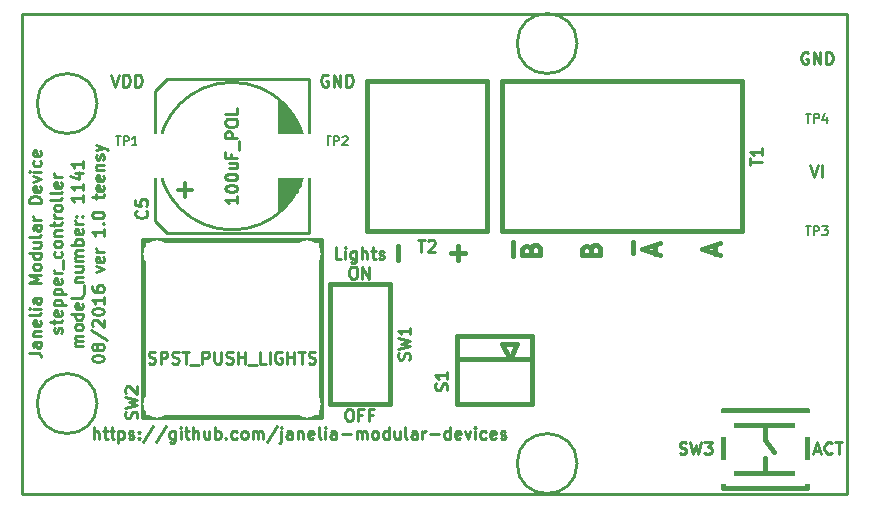
<source format=gto>
G04 #@! TF.FileFunction,Legend,Top*
%FSLAX46Y46*%
G04 Gerber Fmt 4.6, Leading zero omitted, Abs format (unit mm)*
G04 Created by KiCad (PCBNEW 4.1.0-alpha+201608211231+7083~46~ubuntu16.04.1-product) date Wed Aug 24 14:24:17 2016*
%MOMM*%
%LPD*%
G01*
G04 APERTURE LIST*
%ADD10C,0.100000*%
%ADD11C,0.254000*%
%ADD12C,0.381000*%
%ADD13C,0.228600*%
%ADD14C,0.250000*%
%ADD15C,0.190500*%
%ADD16C,0.375000*%
%ADD17O,2.559000X2.051000*%
%ADD18O,2.254200X2.940000*%
%ADD19R,2.254200X2.940000*%
%ADD20C,3.956000*%
%ADD21R,3.067000X1.990040*%
%ADD22R,2.940000X4.210000*%
%ADD23O,2.940000X4.210000*%
%ADD24C,3.575000*%
%ADD25O,1.924000X2.940000*%
%ADD26C,2.305000*%
%ADD27R,7.150000X3.700000*%
G04 APERTURE END LIST*
D10*
D11*
X140389428Y-92153619D02*
X140728095Y-93169619D01*
X141066761Y-92153619D01*
X141405428Y-93169619D02*
X141405428Y-92153619D01*
X140195904Y-82677000D02*
X140099142Y-82628619D01*
X139954000Y-82628619D01*
X139808857Y-82677000D01*
X139712095Y-82773761D01*
X139663714Y-82870523D01*
X139615333Y-83064047D01*
X139615333Y-83209190D01*
X139663714Y-83402714D01*
X139712095Y-83499476D01*
X139808857Y-83596238D01*
X139954000Y-83644619D01*
X140050761Y-83644619D01*
X140195904Y-83596238D01*
X140244285Y-83547857D01*
X140244285Y-83209190D01*
X140050761Y-83209190D01*
X140679714Y-83644619D02*
X140679714Y-82628619D01*
X141260285Y-83644619D01*
X141260285Y-82628619D01*
X141744095Y-83644619D02*
X141744095Y-82628619D01*
X141986000Y-82628619D01*
X142131142Y-82677000D01*
X142227904Y-82773761D01*
X142276285Y-82870523D01*
X142324666Y-83064047D01*
X142324666Y-83209190D01*
X142276285Y-83402714D01*
X142227904Y-83499476D01*
X142131142Y-83596238D01*
X141986000Y-83644619D01*
X141744095Y-83644619D01*
X99555904Y-84582000D02*
X99459142Y-84533619D01*
X99314000Y-84533619D01*
X99168857Y-84582000D01*
X99072095Y-84678761D01*
X99023714Y-84775523D01*
X98975333Y-84969047D01*
X98975333Y-85114190D01*
X99023714Y-85307714D01*
X99072095Y-85404476D01*
X99168857Y-85501238D01*
X99314000Y-85549619D01*
X99410761Y-85549619D01*
X99555904Y-85501238D01*
X99604285Y-85452857D01*
X99604285Y-85114190D01*
X99410761Y-85114190D01*
X100039714Y-85549619D02*
X100039714Y-84533619D01*
X100620285Y-85549619D01*
X100620285Y-84533619D01*
X101104095Y-85549619D02*
X101104095Y-84533619D01*
X101346000Y-84533619D01*
X101491142Y-84582000D01*
X101587904Y-84678761D01*
X101636285Y-84775523D01*
X101684666Y-84969047D01*
X101684666Y-85114190D01*
X101636285Y-85307714D01*
X101587904Y-85404476D01*
X101491142Y-85501238D01*
X101346000Y-85549619D01*
X101104095Y-85549619D01*
X81195333Y-84533619D02*
X81534000Y-85549619D01*
X81872666Y-84533619D01*
X82211333Y-85549619D02*
X82211333Y-84533619D01*
X82453238Y-84533619D01*
X82598380Y-84582000D01*
X82695142Y-84678761D01*
X82743523Y-84775523D01*
X82791904Y-84969047D01*
X82791904Y-85114190D01*
X82743523Y-85307714D01*
X82695142Y-85404476D01*
X82598380Y-85501238D01*
X82453238Y-85549619D01*
X82211333Y-85549619D01*
X83227333Y-85549619D02*
X83227333Y-84533619D01*
X83469238Y-84533619D01*
X83614380Y-84582000D01*
X83711142Y-84678761D01*
X83759523Y-84775523D01*
X83807904Y-84969047D01*
X83807904Y-85114190D01*
X83759523Y-85307714D01*
X83711142Y-85404476D01*
X83614380Y-85501238D01*
X83469238Y-85549619D01*
X83227333Y-85549619D01*
D12*
X105518857Y-100196650D02*
X105518857Y-99035507D01*
X110598857Y-100196650D02*
X110598857Y-99035507D01*
X111179428Y-99616078D02*
X110018285Y-99616078D01*
X115247420Y-99902327D02*
X115247420Y-98672650D01*
X116731142Y-99325792D02*
X116803714Y-99108078D01*
X116876285Y-99035507D01*
X117021428Y-98962935D01*
X117239142Y-98962935D01*
X117384285Y-99035507D01*
X117456857Y-99108078D01*
X117529428Y-99253221D01*
X117529428Y-99833792D01*
X116005428Y-99833792D01*
X116005428Y-99325792D01*
X116078000Y-99180650D01*
X116150571Y-99108078D01*
X116295714Y-99035507D01*
X116440857Y-99035507D01*
X116586000Y-99108078D01*
X116658571Y-99180650D01*
X116731142Y-99325792D01*
X116731142Y-99833792D01*
X121811142Y-99325792D02*
X121883714Y-99108078D01*
X121956285Y-99035507D01*
X122101428Y-98962935D01*
X122319142Y-98962935D01*
X122464285Y-99035507D01*
X122536857Y-99108078D01*
X122609428Y-99253221D01*
X122609428Y-99833792D01*
X121085428Y-99833792D01*
X121085428Y-99325792D01*
X121158000Y-99180650D01*
X121230571Y-99108078D01*
X121375714Y-99035507D01*
X121520857Y-99035507D01*
X121666000Y-99108078D01*
X121738571Y-99180650D01*
X121811142Y-99325792D01*
X121811142Y-99833792D01*
X125407420Y-99684613D02*
X125407420Y-98672650D01*
X127254000Y-99688650D02*
X127254000Y-98962935D01*
X127689428Y-99833792D02*
X126165428Y-99325792D01*
X127689428Y-98817792D01*
D13*
X143510000Y-79375000D02*
X73660000Y-79375000D01*
X143510000Y-120015000D02*
X143510000Y-79375000D01*
X73660000Y-120015000D02*
X143510000Y-120015000D01*
X73660000Y-79375000D02*
X73660000Y-120015000D01*
D11*
X79737857Y-115394619D02*
X79737857Y-114378619D01*
X80173285Y-115394619D02*
X80173285Y-114862428D01*
X80124904Y-114765666D01*
X80028142Y-114717285D01*
X79883000Y-114717285D01*
X79786238Y-114765666D01*
X79737857Y-114814047D01*
X80511952Y-114717285D02*
X80899000Y-114717285D01*
X80657095Y-114378619D02*
X80657095Y-115249476D01*
X80705476Y-115346238D01*
X80802238Y-115394619D01*
X80899000Y-115394619D01*
X81092523Y-114717285D02*
X81479571Y-114717285D01*
X81237666Y-114378619D02*
X81237666Y-115249476D01*
X81286047Y-115346238D01*
X81382809Y-115394619D01*
X81479571Y-115394619D01*
X81818238Y-114717285D02*
X81818238Y-115733285D01*
X81818238Y-114765666D02*
X81915000Y-114717285D01*
X82108523Y-114717285D01*
X82205285Y-114765666D01*
X82253666Y-114814047D01*
X82302047Y-114910809D01*
X82302047Y-115201095D01*
X82253666Y-115297857D01*
X82205285Y-115346238D01*
X82108523Y-115394619D01*
X81915000Y-115394619D01*
X81818238Y-115346238D01*
X82689095Y-115346238D02*
X82785857Y-115394619D01*
X82979380Y-115394619D01*
X83076142Y-115346238D01*
X83124523Y-115249476D01*
X83124523Y-115201095D01*
X83076142Y-115104333D01*
X82979380Y-115055952D01*
X82834238Y-115055952D01*
X82737476Y-115007571D01*
X82689095Y-114910809D01*
X82689095Y-114862428D01*
X82737476Y-114765666D01*
X82834238Y-114717285D01*
X82979380Y-114717285D01*
X83076142Y-114765666D01*
X83559952Y-115297857D02*
X83608333Y-115346238D01*
X83559952Y-115394619D01*
X83511571Y-115346238D01*
X83559952Y-115297857D01*
X83559952Y-115394619D01*
X83559952Y-114765666D02*
X83608333Y-114814047D01*
X83559952Y-114862428D01*
X83511571Y-114814047D01*
X83559952Y-114765666D01*
X83559952Y-114862428D01*
X84769476Y-114330238D02*
X83898619Y-115636523D01*
X85833857Y-114330238D02*
X84963000Y-115636523D01*
X86607952Y-114717285D02*
X86607952Y-115539761D01*
X86559571Y-115636523D01*
X86511190Y-115684904D01*
X86414428Y-115733285D01*
X86269285Y-115733285D01*
X86172523Y-115684904D01*
X86607952Y-115346238D02*
X86511190Y-115394619D01*
X86317666Y-115394619D01*
X86220904Y-115346238D01*
X86172523Y-115297857D01*
X86124142Y-115201095D01*
X86124142Y-114910809D01*
X86172523Y-114814047D01*
X86220904Y-114765666D01*
X86317666Y-114717285D01*
X86511190Y-114717285D01*
X86607952Y-114765666D01*
X87091761Y-115394619D02*
X87091761Y-114717285D01*
X87091761Y-114378619D02*
X87043380Y-114427000D01*
X87091761Y-114475380D01*
X87140142Y-114427000D01*
X87091761Y-114378619D01*
X87091761Y-114475380D01*
X87430428Y-114717285D02*
X87817476Y-114717285D01*
X87575571Y-114378619D02*
X87575571Y-115249476D01*
X87623952Y-115346238D01*
X87720714Y-115394619D01*
X87817476Y-115394619D01*
X88156142Y-115394619D02*
X88156142Y-114378619D01*
X88591571Y-115394619D02*
X88591571Y-114862428D01*
X88543190Y-114765666D01*
X88446428Y-114717285D01*
X88301285Y-114717285D01*
X88204523Y-114765666D01*
X88156142Y-114814047D01*
X89510809Y-114717285D02*
X89510809Y-115394619D01*
X89075380Y-114717285D02*
X89075380Y-115249476D01*
X89123761Y-115346238D01*
X89220523Y-115394619D01*
X89365666Y-115394619D01*
X89462428Y-115346238D01*
X89510809Y-115297857D01*
X89994619Y-115394619D02*
X89994619Y-114378619D01*
X89994619Y-114765666D02*
X90091380Y-114717285D01*
X90284904Y-114717285D01*
X90381666Y-114765666D01*
X90430047Y-114814047D01*
X90478428Y-114910809D01*
X90478428Y-115201095D01*
X90430047Y-115297857D01*
X90381666Y-115346238D01*
X90284904Y-115394619D01*
X90091380Y-115394619D01*
X89994619Y-115346238D01*
X90913857Y-115297857D02*
X90962238Y-115346238D01*
X90913857Y-115394619D01*
X90865476Y-115346238D01*
X90913857Y-115297857D01*
X90913857Y-115394619D01*
X91833095Y-115346238D02*
X91736333Y-115394619D01*
X91542809Y-115394619D01*
X91446047Y-115346238D01*
X91397666Y-115297857D01*
X91349285Y-115201095D01*
X91349285Y-114910809D01*
X91397666Y-114814047D01*
X91446047Y-114765666D01*
X91542809Y-114717285D01*
X91736333Y-114717285D01*
X91833095Y-114765666D01*
X92413666Y-115394619D02*
X92316904Y-115346238D01*
X92268523Y-115297857D01*
X92220142Y-115201095D01*
X92220142Y-114910809D01*
X92268523Y-114814047D01*
X92316904Y-114765666D01*
X92413666Y-114717285D01*
X92558809Y-114717285D01*
X92655571Y-114765666D01*
X92703952Y-114814047D01*
X92752333Y-114910809D01*
X92752333Y-115201095D01*
X92703952Y-115297857D01*
X92655571Y-115346238D01*
X92558809Y-115394619D01*
X92413666Y-115394619D01*
X93187761Y-115394619D02*
X93187761Y-114717285D01*
X93187761Y-114814047D02*
X93236142Y-114765666D01*
X93332904Y-114717285D01*
X93478047Y-114717285D01*
X93574809Y-114765666D01*
X93623190Y-114862428D01*
X93623190Y-115394619D01*
X93623190Y-114862428D02*
X93671571Y-114765666D01*
X93768333Y-114717285D01*
X93913476Y-114717285D01*
X94010238Y-114765666D01*
X94058619Y-114862428D01*
X94058619Y-115394619D01*
X95268142Y-114330238D02*
X94397285Y-115636523D01*
X95606809Y-114717285D02*
X95606809Y-115588142D01*
X95558428Y-115684904D01*
X95461666Y-115733285D01*
X95413285Y-115733285D01*
X95606809Y-114378619D02*
X95558428Y-114427000D01*
X95606809Y-114475380D01*
X95655190Y-114427000D01*
X95606809Y-114378619D01*
X95606809Y-114475380D01*
X96526047Y-115394619D02*
X96526047Y-114862428D01*
X96477666Y-114765666D01*
X96380904Y-114717285D01*
X96187380Y-114717285D01*
X96090619Y-114765666D01*
X96526047Y-115346238D02*
X96429285Y-115394619D01*
X96187380Y-115394619D01*
X96090619Y-115346238D01*
X96042238Y-115249476D01*
X96042238Y-115152714D01*
X96090619Y-115055952D01*
X96187380Y-115007571D01*
X96429285Y-115007571D01*
X96526047Y-114959190D01*
X97009857Y-114717285D02*
X97009857Y-115394619D01*
X97009857Y-114814047D02*
X97058238Y-114765666D01*
X97155000Y-114717285D01*
X97300142Y-114717285D01*
X97396904Y-114765666D01*
X97445285Y-114862428D01*
X97445285Y-115394619D01*
X98316142Y-115346238D02*
X98219380Y-115394619D01*
X98025857Y-115394619D01*
X97929095Y-115346238D01*
X97880714Y-115249476D01*
X97880714Y-114862428D01*
X97929095Y-114765666D01*
X98025857Y-114717285D01*
X98219380Y-114717285D01*
X98316142Y-114765666D01*
X98364523Y-114862428D01*
X98364523Y-114959190D01*
X97880714Y-115055952D01*
X98945095Y-115394619D02*
X98848333Y-115346238D01*
X98799952Y-115249476D01*
X98799952Y-114378619D01*
X99332142Y-115394619D02*
X99332142Y-114717285D01*
X99332142Y-114378619D02*
X99283761Y-114427000D01*
X99332142Y-114475380D01*
X99380523Y-114427000D01*
X99332142Y-114378619D01*
X99332142Y-114475380D01*
X100251380Y-115394619D02*
X100251380Y-114862428D01*
X100203000Y-114765666D01*
X100106238Y-114717285D01*
X99912714Y-114717285D01*
X99815952Y-114765666D01*
X100251380Y-115346238D02*
X100154619Y-115394619D01*
X99912714Y-115394619D01*
X99815952Y-115346238D01*
X99767571Y-115249476D01*
X99767571Y-115152714D01*
X99815952Y-115055952D01*
X99912714Y-115007571D01*
X100154619Y-115007571D01*
X100251380Y-114959190D01*
X100735190Y-115007571D02*
X101509285Y-115007571D01*
X101993095Y-115394619D02*
X101993095Y-114717285D01*
X101993095Y-114814047D02*
X102041476Y-114765666D01*
X102138238Y-114717285D01*
X102283380Y-114717285D01*
X102380142Y-114765666D01*
X102428523Y-114862428D01*
X102428523Y-115394619D01*
X102428523Y-114862428D02*
X102476904Y-114765666D01*
X102573666Y-114717285D01*
X102718809Y-114717285D01*
X102815571Y-114765666D01*
X102863952Y-114862428D01*
X102863952Y-115394619D01*
X103492904Y-115394619D02*
X103396142Y-115346238D01*
X103347761Y-115297857D01*
X103299380Y-115201095D01*
X103299380Y-114910809D01*
X103347761Y-114814047D01*
X103396142Y-114765666D01*
X103492904Y-114717285D01*
X103638047Y-114717285D01*
X103734809Y-114765666D01*
X103783190Y-114814047D01*
X103831571Y-114910809D01*
X103831571Y-115201095D01*
X103783190Y-115297857D01*
X103734809Y-115346238D01*
X103638047Y-115394619D01*
X103492904Y-115394619D01*
X104702428Y-115394619D02*
X104702428Y-114378619D01*
X104702428Y-115346238D02*
X104605666Y-115394619D01*
X104412142Y-115394619D01*
X104315380Y-115346238D01*
X104267000Y-115297857D01*
X104218619Y-115201095D01*
X104218619Y-114910809D01*
X104267000Y-114814047D01*
X104315380Y-114765666D01*
X104412142Y-114717285D01*
X104605666Y-114717285D01*
X104702428Y-114765666D01*
X105621666Y-114717285D02*
X105621666Y-115394619D01*
X105186238Y-114717285D02*
X105186238Y-115249476D01*
X105234619Y-115346238D01*
X105331380Y-115394619D01*
X105476523Y-115394619D01*
X105573285Y-115346238D01*
X105621666Y-115297857D01*
X106250619Y-115394619D02*
X106153857Y-115346238D01*
X106105476Y-115249476D01*
X106105476Y-114378619D01*
X107073095Y-115394619D02*
X107073095Y-114862428D01*
X107024714Y-114765666D01*
X106927952Y-114717285D01*
X106734428Y-114717285D01*
X106637666Y-114765666D01*
X107073095Y-115346238D02*
X106976333Y-115394619D01*
X106734428Y-115394619D01*
X106637666Y-115346238D01*
X106589285Y-115249476D01*
X106589285Y-115152714D01*
X106637666Y-115055952D01*
X106734428Y-115007571D01*
X106976333Y-115007571D01*
X107073095Y-114959190D01*
X107556904Y-115394619D02*
X107556904Y-114717285D01*
X107556904Y-114910809D02*
X107605285Y-114814047D01*
X107653666Y-114765666D01*
X107750428Y-114717285D01*
X107847190Y-114717285D01*
X108185857Y-115007571D02*
X108959952Y-115007571D01*
X109879190Y-115394619D02*
X109879190Y-114378619D01*
X109879190Y-115346238D02*
X109782428Y-115394619D01*
X109588904Y-115394619D01*
X109492142Y-115346238D01*
X109443761Y-115297857D01*
X109395380Y-115201095D01*
X109395380Y-114910809D01*
X109443761Y-114814047D01*
X109492142Y-114765666D01*
X109588904Y-114717285D01*
X109782428Y-114717285D01*
X109879190Y-114765666D01*
X110750047Y-115346238D02*
X110653285Y-115394619D01*
X110459761Y-115394619D01*
X110363000Y-115346238D01*
X110314619Y-115249476D01*
X110314619Y-114862428D01*
X110363000Y-114765666D01*
X110459761Y-114717285D01*
X110653285Y-114717285D01*
X110750047Y-114765666D01*
X110798428Y-114862428D01*
X110798428Y-114959190D01*
X110314619Y-115055952D01*
X111137095Y-114717285D02*
X111379000Y-115394619D01*
X111620904Y-114717285D01*
X112007952Y-115394619D02*
X112007952Y-114717285D01*
X112007952Y-114378619D02*
X111959571Y-114427000D01*
X112007952Y-114475380D01*
X112056333Y-114427000D01*
X112007952Y-114378619D01*
X112007952Y-114475380D01*
X112927190Y-115346238D02*
X112830428Y-115394619D01*
X112636904Y-115394619D01*
X112540142Y-115346238D01*
X112491761Y-115297857D01*
X112443380Y-115201095D01*
X112443380Y-114910809D01*
X112491761Y-114814047D01*
X112540142Y-114765666D01*
X112636904Y-114717285D01*
X112830428Y-114717285D01*
X112927190Y-114765666D01*
X113749666Y-115346238D02*
X113652904Y-115394619D01*
X113459380Y-115394619D01*
X113362619Y-115346238D01*
X113314238Y-115249476D01*
X113314238Y-114862428D01*
X113362619Y-114765666D01*
X113459380Y-114717285D01*
X113652904Y-114717285D01*
X113749666Y-114765666D01*
X113798047Y-114862428D01*
X113798047Y-114959190D01*
X113314238Y-115055952D01*
X114185095Y-115346238D02*
X114281857Y-115394619D01*
X114475380Y-115394619D01*
X114572142Y-115346238D01*
X114620523Y-115249476D01*
X114620523Y-115201095D01*
X114572142Y-115104333D01*
X114475380Y-115055952D01*
X114330238Y-115055952D01*
X114233476Y-115007571D01*
X114185095Y-114910809D01*
X114185095Y-114862428D01*
X114233476Y-114765666D01*
X114330238Y-114717285D01*
X114475380Y-114717285D01*
X114572142Y-114765666D01*
X100686809Y-100154619D02*
X100203000Y-100154619D01*
X100203000Y-99138619D01*
X101025476Y-100154619D02*
X101025476Y-99477285D01*
X101025476Y-99138619D02*
X100977095Y-99187000D01*
X101025476Y-99235380D01*
X101073857Y-99187000D01*
X101025476Y-99138619D01*
X101025476Y-99235380D01*
X101944714Y-99477285D02*
X101944714Y-100299761D01*
X101896333Y-100396523D01*
X101847952Y-100444904D01*
X101751190Y-100493285D01*
X101606047Y-100493285D01*
X101509285Y-100444904D01*
X101944714Y-100106238D02*
X101847952Y-100154619D01*
X101654428Y-100154619D01*
X101557666Y-100106238D01*
X101509285Y-100057857D01*
X101460904Y-99961095D01*
X101460904Y-99670809D01*
X101509285Y-99574047D01*
X101557666Y-99525666D01*
X101654428Y-99477285D01*
X101847952Y-99477285D01*
X101944714Y-99525666D01*
X102428523Y-100154619D02*
X102428523Y-99138619D01*
X102863952Y-100154619D02*
X102863952Y-99622428D01*
X102815571Y-99525666D01*
X102718809Y-99477285D01*
X102573666Y-99477285D01*
X102476904Y-99525666D01*
X102428523Y-99574047D01*
X103202619Y-99477285D02*
X103589666Y-99477285D01*
X103347761Y-99138619D02*
X103347761Y-100009476D01*
X103396142Y-100106238D01*
X103492904Y-100154619D01*
X103589666Y-100154619D01*
X103879952Y-100106238D02*
X103976714Y-100154619D01*
X104170238Y-100154619D01*
X104267000Y-100106238D01*
X104315380Y-100009476D01*
X104315380Y-99961095D01*
X104267000Y-99864333D01*
X104170238Y-99815952D01*
X104025095Y-99815952D01*
X103928333Y-99767571D01*
X103879952Y-99670809D01*
X103879952Y-99622428D01*
X103928333Y-99525666D01*
X104025095Y-99477285D01*
X104170238Y-99477285D01*
X104267000Y-99525666D01*
D12*
X132334000Y-99688650D02*
X132334000Y-98962935D01*
X132769428Y-99833792D02*
X131245428Y-99325792D01*
X132769428Y-98817792D01*
D11*
X74246619Y-108089095D02*
X74972333Y-108089095D01*
X75117476Y-108137476D01*
X75214238Y-108234238D01*
X75262619Y-108379380D01*
X75262619Y-108476142D01*
X75262619Y-107169857D02*
X74730428Y-107169857D01*
X74633666Y-107218238D01*
X74585285Y-107315000D01*
X74585285Y-107508523D01*
X74633666Y-107605285D01*
X75214238Y-107169857D02*
X75262619Y-107266619D01*
X75262619Y-107508523D01*
X75214238Y-107605285D01*
X75117476Y-107653666D01*
X75020714Y-107653666D01*
X74923952Y-107605285D01*
X74875571Y-107508523D01*
X74875571Y-107266619D01*
X74827190Y-107169857D01*
X74585285Y-106686047D02*
X75262619Y-106686047D01*
X74682047Y-106686047D02*
X74633666Y-106637666D01*
X74585285Y-106540904D01*
X74585285Y-106395761D01*
X74633666Y-106299000D01*
X74730428Y-106250619D01*
X75262619Y-106250619D01*
X75214238Y-105379761D02*
X75262619Y-105476523D01*
X75262619Y-105670047D01*
X75214238Y-105766809D01*
X75117476Y-105815190D01*
X74730428Y-105815190D01*
X74633666Y-105766809D01*
X74585285Y-105670047D01*
X74585285Y-105476523D01*
X74633666Y-105379761D01*
X74730428Y-105331380D01*
X74827190Y-105331380D01*
X74923952Y-105815190D01*
X75262619Y-104750809D02*
X75214238Y-104847571D01*
X75117476Y-104895952D01*
X74246619Y-104895952D01*
X75262619Y-104363761D02*
X74585285Y-104363761D01*
X74246619Y-104363761D02*
X74295000Y-104412142D01*
X74343380Y-104363761D01*
X74295000Y-104315380D01*
X74246619Y-104363761D01*
X74343380Y-104363761D01*
X75262619Y-103444523D02*
X74730428Y-103444523D01*
X74633666Y-103492904D01*
X74585285Y-103589666D01*
X74585285Y-103783190D01*
X74633666Y-103879952D01*
X75214238Y-103444523D02*
X75262619Y-103541285D01*
X75262619Y-103783190D01*
X75214238Y-103879952D01*
X75117476Y-103928333D01*
X75020714Y-103928333D01*
X74923952Y-103879952D01*
X74875571Y-103783190D01*
X74875571Y-103541285D01*
X74827190Y-103444523D01*
X75262619Y-102186619D02*
X74246619Y-102186619D01*
X74972333Y-101847952D01*
X74246619Y-101509285D01*
X75262619Y-101509285D01*
X75262619Y-100880333D02*
X75214238Y-100977095D01*
X75165857Y-101025476D01*
X75069095Y-101073857D01*
X74778809Y-101073857D01*
X74682047Y-101025476D01*
X74633666Y-100977095D01*
X74585285Y-100880333D01*
X74585285Y-100735190D01*
X74633666Y-100638428D01*
X74682047Y-100590047D01*
X74778809Y-100541666D01*
X75069095Y-100541666D01*
X75165857Y-100590047D01*
X75214238Y-100638428D01*
X75262619Y-100735190D01*
X75262619Y-100880333D01*
X75262619Y-99670809D02*
X74246619Y-99670809D01*
X75214238Y-99670809D02*
X75262619Y-99767571D01*
X75262619Y-99961095D01*
X75214238Y-100057857D01*
X75165857Y-100106238D01*
X75069095Y-100154619D01*
X74778809Y-100154619D01*
X74682047Y-100106238D01*
X74633666Y-100057857D01*
X74585285Y-99961095D01*
X74585285Y-99767571D01*
X74633666Y-99670809D01*
X74585285Y-98751571D02*
X75262619Y-98751571D01*
X74585285Y-99187000D02*
X75117476Y-99187000D01*
X75214238Y-99138619D01*
X75262619Y-99041857D01*
X75262619Y-98896714D01*
X75214238Y-98799952D01*
X75165857Y-98751571D01*
X75262619Y-98122619D02*
X75214238Y-98219380D01*
X75117476Y-98267761D01*
X74246619Y-98267761D01*
X75262619Y-97300142D02*
X74730428Y-97300142D01*
X74633666Y-97348523D01*
X74585285Y-97445285D01*
X74585285Y-97638809D01*
X74633666Y-97735571D01*
X75214238Y-97300142D02*
X75262619Y-97396904D01*
X75262619Y-97638809D01*
X75214238Y-97735571D01*
X75117476Y-97783952D01*
X75020714Y-97783952D01*
X74923952Y-97735571D01*
X74875571Y-97638809D01*
X74875571Y-97396904D01*
X74827190Y-97300142D01*
X75262619Y-96816333D02*
X74585285Y-96816333D01*
X74778809Y-96816333D02*
X74682047Y-96767952D01*
X74633666Y-96719571D01*
X74585285Y-96622809D01*
X74585285Y-96526047D01*
X75262619Y-95413285D02*
X74246619Y-95413285D01*
X74246619Y-95171380D01*
X74295000Y-95026238D01*
X74391761Y-94929476D01*
X74488523Y-94881095D01*
X74682047Y-94832714D01*
X74827190Y-94832714D01*
X75020714Y-94881095D01*
X75117476Y-94929476D01*
X75214238Y-95026238D01*
X75262619Y-95171380D01*
X75262619Y-95413285D01*
X75214238Y-94010238D02*
X75262619Y-94107000D01*
X75262619Y-94300523D01*
X75214238Y-94397285D01*
X75117476Y-94445666D01*
X74730428Y-94445666D01*
X74633666Y-94397285D01*
X74585285Y-94300523D01*
X74585285Y-94107000D01*
X74633666Y-94010238D01*
X74730428Y-93961857D01*
X74827190Y-93961857D01*
X74923952Y-94445666D01*
X74585285Y-93623190D02*
X75262619Y-93381285D01*
X74585285Y-93139380D01*
X75262619Y-92752333D02*
X74585285Y-92752333D01*
X74246619Y-92752333D02*
X74295000Y-92800714D01*
X74343380Y-92752333D01*
X74295000Y-92703952D01*
X74246619Y-92752333D01*
X74343380Y-92752333D01*
X75214238Y-91833095D02*
X75262619Y-91929857D01*
X75262619Y-92123380D01*
X75214238Y-92220142D01*
X75165857Y-92268523D01*
X75069095Y-92316904D01*
X74778809Y-92316904D01*
X74682047Y-92268523D01*
X74633666Y-92220142D01*
X74585285Y-92123380D01*
X74585285Y-91929857D01*
X74633666Y-91833095D01*
X75214238Y-91010619D02*
X75262619Y-91107380D01*
X75262619Y-91300904D01*
X75214238Y-91397666D01*
X75117476Y-91446047D01*
X74730428Y-91446047D01*
X74633666Y-91397666D01*
X74585285Y-91300904D01*
X74585285Y-91107380D01*
X74633666Y-91010619D01*
X74730428Y-90962238D01*
X74827190Y-90962238D01*
X74923952Y-91446047D01*
X76992238Y-106395761D02*
X77040619Y-106299000D01*
X77040619Y-106105476D01*
X76992238Y-106008714D01*
X76895476Y-105960333D01*
X76847095Y-105960333D01*
X76750333Y-106008714D01*
X76701952Y-106105476D01*
X76701952Y-106250619D01*
X76653571Y-106347380D01*
X76556809Y-106395761D01*
X76508428Y-106395761D01*
X76411666Y-106347380D01*
X76363285Y-106250619D01*
X76363285Y-106105476D01*
X76411666Y-106008714D01*
X76363285Y-105670047D02*
X76363285Y-105283000D01*
X76024619Y-105524904D02*
X76895476Y-105524904D01*
X76992238Y-105476523D01*
X77040619Y-105379761D01*
X77040619Y-105283000D01*
X76992238Y-104557285D02*
X77040619Y-104654047D01*
X77040619Y-104847571D01*
X76992238Y-104944333D01*
X76895476Y-104992714D01*
X76508428Y-104992714D01*
X76411666Y-104944333D01*
X76363285Y-104847571D01*
X76363285Y-104654047D01*
X76411666Y-104557285D01*
X76508428Y-104508904D01*
X76605190Y-104508904D01*
X76701952Y-104992714D01*
X76363285Y-104073476D02*
X77379285Y-104073476D01*
X76411666Y-104073476D02*
X76363285Y-103976714D01*
X76363285Y-103783190D01*
X76411666Y-103686428D01*
X76460047Y-103638047D01*
X76556809Y-103589666D01*
X76847095Y-103589666D01*
X76943857Y-103638047D01*
X76992238Y-103686428D01*
X77040619Y-103783190D01*
X77040619Y-103976714D01*
X76992238Y-104073476D01*
X76363285Y-103154238D02*
X77379285Y-103154238D01*
X76411666Y-103154238D02*
X76363285Y-103057476D01*
X76363285Y-102863952D01*
X76411666Y-102767190D01*
X76460047Y-102718809D01*
X76556809Y-102670428D01*
X76847095Y-102670428D01*
X76943857Y-102718809D01*
X76992238Y-102767190D01*
X77040619Y-102863952D01*
X77040619Y-103057476D01*
X76992238Y-103154238D01*
X76992238Y-101847952D02*
X77040619Y-101944714D01*
X77040619Y-102138238D01*
X76992238Y-102235000D01*
X76895476Y-102283380D01*
X76508428Y-102283380D01*
X76411666Y-102235000D01*
X76363285Y-102138238D01*
X76363285Y-101944714D01*
X76411666Y-101847952D01*
X76508428Y-101799571D01*
X76605190Y-101799571D01*
X76701952Y-102283380D01*
X77040619Y-101364142D02*
X76363285Y-101364142D01*
X76556809Y-101364142D02*
X76460047Y-101315761D01*
X76411666Y-101267380D01*
X76363285Y-101170619D01*
X76363285Y-101073857D01*
X77137380Y-100977095D02*
X77137380Y-100203000D01*
X76992238Y-99525666D02*
X77040619Y-99622428D01*
X77040619Y-99815952D01*
X76992238Y-99912714D01*
X76943857Y-99961095D01*
X76847095Y-100009476D01*
X76556809Y-100009476D01*
X76460047Y-99961095D01*
X76411666Y-99912714D01*
X76363285Y-99815952D01*
X76363285Y-99622428D01*
X76411666Y-99525666D01*
X77040619Y-98945095D02*
X76992238Y-99041857D01*
X76943857Y-99090238D01*
X76847095Y-99138619D01*
X76556809Y-99138619D01*
X76460047Y-99090238D01*
X76411666Y-99041857D01*
X76363285Y-98945095D01*
X76363285Y-98799952D01*
X76411666Y-98703190D01*
X76460047Y-98654809D01*
X76556809Y-98606428D01*
X76847095Y-98606428D01*
X76943857Y-98654809D01*
X76992238Y-98703190D01*
X77040619Y-98799952D01*
X77040619Y-98945095D01*
X76363285Y-98171000D02*
X77040619Y-98171000D01*
X76460047Y-98171000D02*
X76411666Y-98122619D01*
X76363285Y-98025857D01*
X76363285Y-97880714D01*
X76411666Y-97783952D01*
X76508428Y-97735571D01*
X77040619Y-97735571D01*
X76363285Y-97396904D02*
X76363285Y-97009857D01*
X76024619Y-97251761D02*
X76895476Y-97251761D01*
X76992238Y-97203380D01*
X77040619Y-97106619D01*
X77040619Y-97009857D01*
X77040619Y-96671190D02*
X76363285Y-96671190D01*
X76556809Y-96671190D02*
X76460047Y-96622809D01*
X76411666Y-96574428D01*
X76363285Y-96477666D01*
X76363285Y-96380904D01*
X77040619Y-95897095D02*
X76992238Y-95993857D01*
X76943857Y-96042238D01*
X76847095Y-96090619D01*
X76556809Y-96090619D01*
X76460047Y-96042238D01*
X76411666Y-95993857D01*
X76363285Y-95897095D01*
X76363285Y-95751952D01*
X76411666Y-95655190D01*
X76460047Y-95606809D01*
X76556809Y-95558428D01*
X76847095Y-95558428D01*
X76943857Y-95606809D01*
X76992238Y-95655190D01*
X77040619Y-95751952D01*
X77040619Y-95897095D01*
X77040619Y-94977857D02*
X76992238Y-95074619D01*
X76895476Y-95123000D01*
X76024619Y-95123000D01*
X77040619Y-94445666D02*
X76992238Y-94542428D01*
X76895476Y-94590809D01*
X76024619Y-94590809D01*
X76992238Y-93671571D02*
X77040619Y-93768333D01*
X77040619Y-93961857D01*
X76992238Y-94058619D01*
X76895476Y-94107000D01*
X76508428Y-94107000D01*
X76411666Y-94058619D01*
X76363285Y-93961857D01*
X76363285Y-93768333D01*
X76411666Y-93671571D01*
X76508428Y-93623190D01*
X76605190Y-93623190D01*
X76701952Y-94107000D01*
X77040619Y-93187761D02*
X76363285Y-93187761D01*
X76556809Y-93187761D02*
X76460047Y-93139380D01*
X76411666Y-93091000D01*
X76363285Y-92994238D01*
X76363285Y-92897476D01*
X78818619Y-107508523D02*
X78141285Y-107508523D01*
X78238047Y-107508523D02*
X78189666Y-107460142D01*
X78141285Y-107363380D01*
X78141285Y-107218238D01*
X78189666Y-107121476D01*
X78286428Y-107073095D01*
X78818619Y-107073095D01*
X78286428Y-107073095D02*
X78189666Y-107024714D01*
X78141285Y-106927952D01*
X78141285Y-106782809D01*
X78189666Y-106686047D01*
X78286428Y-106637666D01*
X78818619Y-106637666D01*
X78818619Y-106008714D02*
X78770238Y-106105476D01*
X78721857Y-106153857D01*
X78625095Y-106202238D01*
X78334809Y-106202238D01*
X78238047Y-106153857D01*
X78189666Y-106105476D01*
X78141285Y-106008714D01*
X78141285Y-105863571D01*
X78189666Y-105766809D01*
X78238047Y-105718428D01*
X78334809Y-105670047D01*
X78625095Y-105670047D01*
X78721857Y-105718428D01*
X78770238Y-105766809D01*
X78818619Y-105863571D01*
X78818619Y-106008714D01*
X78818619Y-104799190D02*
X77802619Y-104799190D01*
X78770238Y-104799190D02*
X78818619Y-104895952D01*
X78818619Y-105089476D01*
X78770238Y-105186238D01*
X78721857Y-105234619D01*
X78625095Y-105283000D01*
X78334809Y-105283000D01*
X78238047Y-105234619D01*
X78189666Y-105186238D01*
X78141285Y-105089476D01*
X78141285Y-104895952D01*
X78189666Y-104799190D01*
X78770238Y-103928333D02*
X78818619Y-104025095D01*
X78818619Y-104218619D01*
X78770238Y-104315380D01*
X78673476Y-104363761D01*
X78286428Y-104363761D01*
X78189666Y-104315380D01*
X78141285Y-104218619D01*
X78141285Y-104025095D01*
X78189666Y-103928333D01*
X78286428Y-103879952D01*
X78383190Y-103879952D01*
X78479952Y-104363761D01*
X78818619Y-103299380D02*
X78770238Y-103396142D01*
X78673476Y-103444523D01*
X77802619Y-103444523D01*
X78915380Y-103154238D02*
X78915380Y-102380142D01*
X78141285Y-102138238D02*
X78818619Y-102138238D01*
X78238047Y-102138238D02*
X78189666Y-102089857D01*
X78141285Y-101993095D01*
X78141285Y-101847952D01*
X78189666Y-101751190D01*
X78286428Y-101702809D01*
X78818619Y-101702809D01*
X78141285Y-100783571D02*
X78818619Y-100783571D01*
X78141285Y-101219000D02*
X78673476Y-101219000D01*
X78770238Y-101170619D01*
X78818619Y-101073857D01*
X78818619Y-100928714D01*
X78770238Y-100831952D01*
X78721857Y-100783571D01*
X78818619Y-100299761D02*
X78141285Y-100299761D01*
X78238047Y-100299761D02*
X78189666Y-100251380D01*
X78141285Y-100154619D01*
X78141285Y-100009476D01*
X78189666Y-99912714D01*
X78286428Y-99864333D01*
X78818619Y-99864333D01*
X78286428Y-99864333D02*
X78189666Y-99815952D01*
X78141285Y-99719190D01*
X78141285Y-99574047D01*
X78189666Y-99477285D01*
X78286428Y-99428904D01*
X78818619Y-99428904D01*
X78818619Y-98945095D02*
X77802619Y-98945095D01*
X78189666Y-98945095D02*
X78141285Y-98848333D01*
X78141285Y-98654809D01*
X78189666Y-98558047D01*
X78238047Y-98509666D01*
X78334809Y-98461285D01*
X78625095Y-98461285D01*
X78721857Y-98509666D01*
X78770238Y-98558047D01*
X78818619Y-98654809D01*
X78818619Y-98848333D01*
X78770238Y-98945095D01*
X78770238Y-97638809D02*
X78818619Y-97735571D01*
X78818619Y-97929095D01*
X78770238Y-98025857D01*
X78673476Y-98074238D01*
X78286428Y-98074238D01*
X78189666Y-98025857D01*
X78141285Y-97929095D01*
X78141285Y-97735571D01*
X78189666Y-97638809D01*
X78286428Y-97590428D01*
X78383190Y-97590428D01*
X78479952Y-98074238D01*
X78818619Y-97155000D02*
X78141285Y-97155000D01*
X78334809Y-97155000D02*
X78238047Y-97106619D01*
X78189666Y-97058238D01*
X78141285Y-96961476D01*
X78141285Y-96864714D01*
X78721857Y-96526047D02*
X78770238Y-96477666D01*
X78818619Y-96526047D01*
X78770238Y-96574428D01*
X78721857Y-96526047D01*
X78818619Y-96526047D01*
X78189666Y-96526047D02*
X78238047Y-96477666D01*
X78286428Y-96526047D01*
X78238047Y-96574428D01*
X78189666Y-96526047D01*
X78286428Y-96526047D01*
X78818619Y-94735952D02*
X78818619Y-95316523D01*
X78818619Y-95026238D02*
X77802619Y-95026238D01*
X77947761Y-95123000D01*
X78044523Y-95219761D01*
X78092904Y-95316523D01*
X78818619Y-93768333D02*
X78818619Y-94348904D01*
X78818619Y-94058619D02*
X77802619Y-94058619D01*
X77947761Y-94155380D01*
X78044523Y-94252142D01*
X78092904Y-94348904D01*
X78141285Y-92897476D02*
X78818619Y-92897476D01*
X77754238Y-93139380D02*
X78479952Y-93381285D01*
X78479952Y-92752333D01*
X78818619Y-91833095D02*
X78818619Y-92413666D01*
X78818619Y-92123380D02*
X77802619Y-92123380D01*
X77947761Y-92220142D01*
X78044523Y-92316904D01*
X78092904Y-92413666D01*
X79580619Y-108621285D02*
X79580619Y-108524523D01*
X79629000Y-108427761D01*
X79677380Y-108379380D01*
X79774142Y-108331000D01*
X79967666Y-108282619D01*
X80209571Y-108282619D01*
X80403095Y-108331000D01*
X80499857Y-108379380D01*
X80548238Y-108427761D01*
X80596619Y-108524523D01*
X80596619Y-108621285D01*
X80548238Y-108718047D01*
X80499857Y-108766428D01*
X80403095Y-108814809D01*
X80209571Y-108863190D01*
X79967666Y-108863190D01*
X79774142Y-108814809D01*
X79677380Y-108766428D01*
X79629000Y-108718047D01*
X79580619Y-108621285D01*
X80016047Y-107702047D02*
X79967666Y-107798809D01*
X79919285Y-107847190D01*
X79822523Y-107895571D01*
X79774142Y-107895571D01*
X79677380Y-107847190D01*
X79629000Y-107798809D01*
X79580619Y-107702047D01*
X79580619Y-107508523D01*
X79629000Y-107411761D01*
X79677380Y-107363380D01*
X79774142Y-107315000D01*
X79822523Y-107315000D01*
X79919285Y-107363380D01*
X79967666Y-107411761D01*
X80016047Y-107508523D01*
X80016047Y-107702047D01*
X80064428Y-107798809D01*
X80112809Y-107847190D01*
X80209571Y-107895571D01*
X80403095Y-107895571D01*
X80499857Y-107847190D01*
X80548238Y-107798809D01*
X80596619Y-107702047D01*
X80596619Y-107508523D01*
X80548238Y-107411761D01*
X80499857Y-107363380D01*
X80403095Y-107315000D01*
X80209571Y-107315000D01*
X80112809Y-107363380D01*
X80064428Y-107411761D01*
X80016047Y-107508523D01*
X79532238Y-106153857D02*
X80838523Y-107024714D01*
X79677380Y-105863571D02*
X79629000Y-105815190D01*
X79580619Y-105718428D01*
X79580619Y-105476523D01*
X79629000Y-105379761D01*
X79677380Y-105331380D01*
X79774142Y-105283000D01*
X79870904Y-105283000D01*
X80016047Y-105331380D01*
X80596619Y-105911952D01*
X80596619Y-105283000D01*
X79580619Y-104654047D02*
X79580619Y-104557285D01*
X79629000Y-104460523D01*
X79677380Y-104412142D01*
X79774142Y-104363761D01*
X79967666Y-104315380D01*
X80209571Y-104315380D01*
X80403095Y-104363761D01*
X80499857Y-104412142D01*
X80548238Y-104460523D01*
X80596619Y-104557285D01*
X80596619Y-104654047D01*
X80548238Y-104750809D01*
X80499857Y-104799190D01*
X80403095Y-104847571D01*
X80209571Y-104895952D01*
X79967666Y-104895952D01*
X79774142Y-104847571D01*
X79677380Y-104799190D01*
X79629000Y-104750809D01*
X79580619Y-104654047D01*
X80596619Y-103347761D02*
X80596619Y-103928333D01*
X80596619Y-103638047D02*
X79580619Y-103638047D01*
X79725761Y-103734809D01*
X79822523Y-103831571D01*
X79870904Y-103928333D01*
X79580619Y-102476904D02*
X79580619Y-102670428D01*
X79629000Y-102767190D01*
X79677380Y-102815571D01*
X79822523Y-102912333D01*
X80016047Y-102960714D01*
X80403095Y-102960714D01*
X80499857Y-102912333D01*
X80548238Y-102863952D01*
X80596619Y-102767190D01*
X80596619Y-102573666D01*
X80548238Y-102476904D01*
X80499857Y-102428523D01*
X80403095Y-102380142D01*
X80161190Y-102380142D01*
X80064428Y-102428523D01*
X80016047Y-102476904D01*
X79967666Y-102573666D01*
X79967666Y-102767190D01*
X80016047Y-102863952D01*
X80064428Y-102912333D01*
X80161190Y-102960714D01*
X79919285Y-101267380D02*
X80596619Y-101025476D01*
X79919285Y-100783571D01*
X80548238Y-100009476D02*
X80596619Y-100106238D01*
X80596619Y-100299761D01*
X80548238Y-100396523D01*
X80451476Y-100444904D01*
X80064428Y-100444904D01*
X79967666Y-100396523D01*
X79919285Y-100299761D01*
X79919285Y-100106238D01*
X79967666Y-100009476D01*
X80064428Y-99961095D01*
X80161190Y-99961095D01*
X80257952Y-100444904D01*
X80596619Y-99525666D02*
X79919285Y-99525666D01*
X80112809Y-99525666D02*
X80016047Y-99477285D01*
X79967666Y-99428904D01*
X79919285Y-99332142D01*
X79919285Y-99235380D01*
X80596619Y-97590428D02*
X80596619Y-98171000D01*
X80596619Y-97880714D02*
X79580619Y-97880714D01*
X79725761Y-97977476D01*
X79822523Y-98074238D01*
X79870904Y-98171000D01*
X80499857Y-97155000D02*
X80548238Y-97106619D01*
X80596619Y-97155000D01*
X80548238Y-97203380D01*
X80499857Y-97155000D01*
X80596619Y-97155000D01*
X79580619Y-96477666D02*
X79580619Y-96380904D01*
X79629000Y-96284142D01*
X79677380Y-96235761D01*
X79774142Y-96187380D01*
X79967666Y-96139000D01*
X80209571Y-96139000D01*
X80403095Y-96187380D01*
X80499857Y-96235761D01*
X80548238Y-96284142D01*
X80596619Y-96380904D01*
X80596619Y-96477666D01*
X80548238Y-96574428D01*
X80499857Y-96622809D01*
X80403095Y-96671190D01*
X80209571Y-96719571D01*
X79967666Y-96719571D01*
X79774142Y-96671190D01*
X79677380Y-96622809D01*
X79629000Y-96574428D01*
X79580619Y-96477666D01*
X79919285Y-95074619D02*
X79919285Y-94687571D01*
X79580619Y-94929476D02*
X80451476Y-94929476D01*
X80548238Y-94881095D01*
X80596619Y-94784333D01*
X80596619Y-94687571D01*
X80548238Y-93961857D02*
X80596619Y-94058619D01*
X80596619Y-94252142D01*
X80548238Y-94348904D01*
X80451476Y-94397285D01*
X80064428Y-94397285D01*
X79967666Y-94348904D01*
X79919285Y-94252142D01*
X79919285Y-94058619D01*
X79967666Y-93961857D01*
X80064428Y-93913476D01*
X80161190Y-93913476D01*
X80257952Y-94397285D01*
X80548238Y-93091000D02*
X80596619Y-93187761D01*
X80596619Y-93381285D01*
X80548238Y-93478047D01*
X80451476Y-93526428D01*
X80064428Y-93526428D01*
X79967666Y-93478047D01*
X79919285Y-93381285D01*
X79919285Y-93187761D01*
X79967666Y-93091000D01*
X80064428Y-93042619D01*
X80161190Y-93042619D01*
X80257952Y-93526428D01*
X79919285Y-92607190D02*
X80596619Y-92607190D01*
X80016047Y-92607190D02*
X79967666Y-92558809D01*
X79919285Y-92462047D01*
X79919285Y-92316904D01*
X79967666Y-92220142D01*
X80064428Y-92171761D01*
X80596619Y-92171761D01*
X80548238Y-91736333D02*
X80596619Y-91639571D01*
X80596619Y-91446047D01*
X80548238Y-91349285D01*
X80451476Y-91300904D01*
X80403095Y-91300904D01*
X80306333Y-91349285D01*
X80257952Y-91446047D01*
X80257952Y-91591190D01*
X80209571Y-91687952D01*
X80112809Y-91736333D01*
X80064428Y-91736333D01*
X79967666Y-91687952D01*
X79919285Y-91591190D01*
X79919285Y-91446047D01*
X79967666Y-91349285D01*
X79919285Y-90962238D02*
X80596619Y-90720333D01*
X79919285Y-90478428D02*
X80596619Y-90720333D01*
X80838523Y-90817095D01*
X80886904Y-90865476D01*
X80935285Y-90962238D01*
D12*
X99695000Y-102235000D02*
X104775000Y-102235000D01*
X104775000Y-102235000D02*
X104775000Y-112395000D01*
X104775000Y-112395000D02*
X99695000Y-112395000D01*
X99695000Y-112395000D02*
X99695000Y-102235000D01*
D13*
X80010000Y-86995000D02*
G75*
G03X80010000Y-86995000I-2540000J0D01*
G01*
X80010000Y-112395000D02*
G75*
G03X80010000Y-112395000I-2540000J0D01*
G01*
X120650000Y-117475000D02*
G75*
G03X120650000Y-117475000I-2540000J0D01*
G01*
X120650000Y-81915000D02*
G75*
G03X120650000Y-81915000I-2540000J0D01*
G01*
D12*
X110490000Y-112395000D02*
X116840000Y-112395000D01*
X110490000Y-108585000D02*
X116840000Y-108585000D01*
X110490000Y-106680000D02*
X116840000Y-106680000D01*
X114300000Y-107315000D02*
X114935000Y-108585000D01*
X114935000Y-108585000D02*
X115570000Y-107315000D01*
X115570000Y-107315000D02*
X114300000Y-107315000D01*
X116840000Y-106680000D02*
X116840000Y-108585000D01*
X110490000Y-106680000D02*
X110490000Y-108585000D01*
X110490000Y-108585000D02*
X110490000Y-112395000D01*
X116840000Y-112395000D02*
X116840000Y-108585000D01*
X136525000Y-115443000D02*
X137287000Y-116459000D01*
X136525000Y-114173000D02*
X136525000Y-115443000D01*
X136525000Y-118237000D02*
X136525000Y-116967000D01*
X139065000Y-114173000D02*
X133985000Y-114173000D01*
X139065000Y-118237000D02*
X133985000Y-118237000D01*
X140081000Y-119507000D02*
X140081000Y-112903000D01*
X140081000Y-112903000D02*
X132969000Y-112903000D01*
X132969000Y-112903000D02*
X132969000Y-119507000D01*
X132969000Y-119507000D02*
X140081000Y-119507000D01*
X134620000Y-97790000D02*
X114300000Y-97790000D01*
X114300000Y-97790000D02*
X114300000Y-85090000D01*
X134620000Y-85090000D02*
X114300000Y-85090000D01*
X134620000Y-97790000D02*
X134620000Y-85090000D01*
X113030000Y-97790000D02*
X102870000Y-97790000D01*
X102870000Y-97790000D02*
X102870000Y-85090000D01*
X113030000Y-85090000D02*
X102870000Y-85090000D01*
X113030000Y-97790000D02*
X113030000Y-85090000D01*
X98940000Y-113545000D02*
X98940000Y-98545000D01*
X98940000Y-98545000D02*
X83940000Y-98545000D01*
X83940000Y-98545000D02*
X83940000Y-113545000D01*
X83940000Y-113545000D02*
X98940000Y-113545000D01*
D14*
X97440000Y-93190000D02*
X97440000Y-89690000D01*
X97190000Y-93940000D02*
X97190000Y-88940000D01*
X96940000Y-94440000D02*
X96940000Y-88440000D01*
X96690000Y-94740000D02*
X96690000Y-88140000D01*
X96440000Y-95190000D02*
X96440000Y-87690000D01*
X96190000Y-95440000D02*
X96190000Y-87440000D01*
X95940000Y-95690000D02*
X95940000Y-87190000D01*
X95690000Y-95940000D02*
X95690000Y-86940000D01*
X95440000Y-96190000D02*
X95440000Y-86690000D01*
X97940000Y-97940000D02*
X85940000Y-97940000D01*
X85940000Y-97940000D02*
X84940000Y-96940000D01*
X84940000Y-96940000D02*
X84940000Y-85940000D01*
X84940000Y-85940000D02*
X85940000Y-84940000D01*
X85940000Y-84940000D02*
X97940000Y-84940000D01*
X97940000Y-97940000D02*
X97940000Y-84940000D01*
X97690000Y-91440000D02*
G75*
G03X97690000Y-91440000I-6250000J0D01*
G01*
D11*
X106456238Y-108669666D02*
X106504619Y-108524523D01*
X106504619Y-108282619D01*
X106456238Y-108185857D01*
X106407857Y-108137476D01*
X106311095Y-108089095D01*
X106214333Y-108089095D01*
X106117571Y-108137476D01*
X106069190Y-108185857D01*
X106020809Y-108282619D01*
X105972428Y-108476142D01*
X105924047Y-108572904D01*
X105875666Y-108621285D01*
X105778904Y-108669666D01*
X105682142Y-108669666D01*
X105585380Y-108621285D01*
X105537000Y-108572904D01*
X105488619Y-108476142D01*
X105488619Y-108234238D01*
X105537000Y-108089095D01*
X105488619Y-107750428D02*
X106504619Y-107508523D01*
X105778904Y-107315000D01*
X106504619Y-107121476D01*
X105488619Y-106879571D01*
X106504619Y-105960333D02*
X106504619Y-106540904D01*
X106504619Y-106250619D02*
X105488619Y-106250619D01*
X105633761Y-106347380D01*
X105730523Y-106444142D01*
X105778904Y-106540904D01*
X101267380Y-112854619D02*
X101460904Y-112854619D01*
X101557666Y-112903000D01*
X101654428Y-112999761D01*
X101702809Y-113193285D01*
X101702809Y-113531952D01*
X101654428Y-113725476D01*
X101557666Y-113822238D01*
X101460904Y-113870619D01*
X101267380Y-113870619D01*
X101170619Y-113822238D01*
X101073857Y-113725476D01*
X101025476Y-113531952D01*
X101025476Y-113193285D01*
X101073857Y-112999761D01*
X101170619Y-112903000D01*
X101267380Y-112854619D01*
X102476904Y-113338428D02*
X102138238Y-113338428D01*
X102138238Y-113870619D02*
X102138238Y-112854619D01*
X102622047Y-112854619D01*
X103347761Y-113338428D02*
X103009095Y-113338428D01*
X103009095Y-113870619D02*
X103009095Y-112854619D01*
X103492904Y-112854619D01*
X101606047Y-100789619D02*
X101799571Y-100789619D01*
X101896333Y-100838000D01*
X101993095Y-100934761D01*
X102041476Y-101128285D01*
X102041476Y-101466952D01*
X101993095Y-101660476D01*
X101896333Y-101757238D01*
X101799571Y-101805619D01*
X101606047Y-101805619D01*
X101509285Y-101757238D01*
X101412523Y-101660476D01*
X101364142Y-101466952D01*
X101364142Y-101128285D01*
X101412523Y-100934761D01*
X101509285Y-100838000D01*
X101606047Y-100789619D01*
X102476904Y-101805619D02*
X102476904Y-100789619D01*
X103057476Y-101805619D01*
X103057476Y-100789619D01*
X109631238Y-111264095D02*
X109679619Y-111118952D01*
X109679619Y-110877047D01*
X109631238Y-110780285D01*
X109582857Y-110731904D01*
X109486095Y-110683523D01*
X109389333Y-110683523D01*
X109292571Y-110731904D01*
X109244190Y-110780285D01*
X109195809Y-110877047D01*
X109147428Y-111070571D01*
X109099047Y-111167333D01*
X109050666Y-111215714D01*
X108953904Y-111264095D01*
X108857142Y-111264095D01*
X108760380Y-111215714D01*
X108712000Y-111167333D01*
X108663619Y-111070571D01*
X108663619Y-110828666D01*
X108712000Y-110683523D01*
X109679619Y-109715904D02*
X109679619Y-110296476D01*
X109679619Y-110006190D02*
X108663619Y-110006190D01*
X108808761Y-110102952D01*
X108905523Y-110199714D01*
X108953904Y-110296476D01*
X129328333Y-116616238D02*
X129473476Y-116664619D01*
X129715380Y-116664619D01*
X129812142Y-116616238D01*
X129860523Y-116567857D01*
X129908904Y-116471095D01*
X129908904Y-116374333D01*
X129860523Y-116277571D01*
X129812142Y-116229190D01*
X129715380Y-116180809D01*
X129521857Y-116132428D01*
X129425095Y-116084047D01*
X129376714Y-116035666D01*
X129328333Y-115938904D01*
X129328333Y-115842142D01*
X129376714Y-115745380D01*
X129425095Y-115697000D01*
X129521857Y-115648619D01*
X129763761Y-115648619D01*
X129908904Y-115697000D01*
X130247571Y-115648619D02*
X130489476Y-116664619D01*
X130683000Y-115938904D01*
X130876523Y-116664619D01*
X131118428Y-115648619D01*
X131408714Y-115648619D02*
X132037666Y-115648619D01*
X131699000Y-116035666D01*
X131844142Y-116035666D01*
X131940904Y-116084047D01*
X131989285Y-116132428D01*
X132037666Y-116229190D01*
X132037666Y-116471095D01*
X131989285Y-116567857D01*
X131940904Y-116616238D01*
X131844142Y-116664619D01*
X131553857Y-116664619D01*
X131457095Y-116616238D01*
X131408714Y-116567857D01*
X140722047Y-116374333D02*
X141205857Y-116374333D01*
X140625285Y-116664619D02*
X140963952Y-115648619D01*
X141302619Y-116664619D01*
X142221857Y-116567857D02*
X142173476Y-116616238D01*
X142028333Y-116664619D01*
X141931571Y-116664619D01*
X141786428Y-116616238D01*
X141689666Y-116519476D01*
X141641285Y-116422714D01*
X141592904Y-116229190D01*
X141592904Y-116084047D01*
X141641285Y-115890523D01*
X141689666Y-115793761D01*
X141786428Y-115697000D01*
X141931571Y-115648619D01*
X142028333Y-115648619D01*
X142173476Y-115697000D01*
X142221857Y-115745380D01*
X142512142Y-115648619D02*
X143092714Y-115648619D01*
X142802428Y-116664619D02*
X142802428Y-115648619D01*
X135333619Y-92214095D02*
X135333619Y-91633523D01*
X136349619Y-91923809D02*
X135333619Y-91923809D01*
X136349619Y-90762666D02*
X136349619Y-91343238D01*
X136349619Y-91052952D02*
X135333619Y-91052952D01*
X135478761Y-91149714D01*
X135575523Y-91246476D01*
X135623904Y-91343238D01*
X107175904Y-98503619D02*
X107756476Y-98503619D01*
X107466190Y-99519619D02*
X107466190Y-98503619D01*
X108046761Y-98600380D02*
X108095142Y-98552000D01*
X108191904Y-98503619D01*
X108433809Y-98503619D01*
X108530571Y-98552000D01*
X108578952Y-98600380D01*
X108627333Y-98697142D01*
X108627333Y-98793904D01*
X108578952Y-98939047D01*
X107998380Y-99519619D01*
X108627333Y-99519619D01*
D15*
X81588428Y-89752714D02*
X82023857Y-89752714D01*
X81806142Y-90514714D02*
X81806142Y-89752714D01*
X82277857Y-90514714D02*
X82277857Y-89752714D01*
X82568142Y-89752714D01*
X82640714Y-89789000D01*
X82677000Y-89825285D01*
X82713285Y-89897857D01*
X82713285Y-90006714D01*
X82677000Y-90079285D01*
X82640714Y-90115571D01*
X82568142Y-90151857D01*
X82277857Y-90151857D01*
X83439000Y-90514714D02*
X83003571Y-90514714D01*
X83221285Y-90514714D02*
X83221285Y-89752714D01*
X83148714Y-89861571D01*
X83076142Y-89934142D01*
X83003571Y-89970428D01*
X99368428Y-89752714D02*
X99803857Y-89752714D01*
X99586142Y-90514714D02*
X99586142Y-89752714D01*
X100057857Y-90514714D02*
X100057857Y-89752714D01*
X100348142Y-89752714D01*
X100420714Y-89789000D01*
X100457000Y-89825285D01*
X100493285Y-89897857D01*
X100493285Y-90006714D01*
X100457000Y-90079285D01*
X100420714Y-90115571D01*
X100348142Y-90151857D01*
X100057857Y-90151857D01*
X100783571Y-89825285D02*
X100819857Y-89789000D01*
X100892428Y-89752714D01*
X101073857Y-89752714D01*
X101146428Y-89789000D01*
X101182714Y-89825285D01*
X101219000Y-89897857D01*
X101219000Y-89970428D01*
X101182714Y-90079285D01*
X100747285Y-90514714D01*
X101219000Y-90514714D01*
X140008428Y-97372714D02*
X140443857Y-97372714D01*
X140226142Y-98134714D02*
X140226142Y-97372714D01*
X140697857Y-98134714D02*
X140697857Y-97372714D01*
X140988142Y-97372714D01*
X141060714Y-97409000D01*
X141097000Y-97445285D01*
X141133285Y-97517857D01*
X141133285Y-97626714D01*
X141097000Y-97699285D01*
X141060714Y-97735571D01*
X140988142Y-97771857D01*
X140697857Y-97771857D01*
X141387285Y-97372714D02*
X141859000Y-97372714D01*
X141605000Y-97663000D01*
X141713857Y-97663000D01*
X141786428Y-97699285D01*
X141822714Y-97735571D01*
X141859000Y-97808142D01*
X141859000Y-97989571D01*
X141822714Y-98062142D01*
X141786428Y-98098428D01*
X141713857Y-98134714D01*
X141496142Y-98134714D01*
X141423571Y-98098428D01*
X141387285Y-98062142D01*
X140008428Y-87847714D02*
X140443857Y-87847714D01*
X140226142Y-88609714D02*
X140226142Y-87847714D01*
X140697857Y-88609714D02*
X140697857Y-87847714D01*
X140988142Y-87847714D01*
X141060714Y-87884000D01*
X141097000Y-87920285D01*
X141133285Y-87992857D01*
X141133285Y-88101714D01*
X141097000Y-88174285D01*
X141060714Y-88210571D01*
X140988142Y-88246857D01*
X140697857Y-88246857D01*
X141786428Y-88101714D02*
X141786428Y-88609714D01*
X141605000Y-87811428D02*
X141423571Y-88355714D01*
X141895285Y-88355714D01*
D11*
X83351238Y-113649666D02*
X83399619Y-113504523D01*
X83399619Y-113262619D01*
X83351238Y-113165857D01*
X83302857Y-113117476D01*
X83206095Y-113069095D01*
X83109333Y-113069095D01*
X83012571Y-113117476D01*
X82964190Y-113165857D01*
X82915809Y-113262619D01*
X82867428Y-113456142D01*
X82819047Y-113552904D01*
X82770666Y-113601285D01*
X82673904Y-113649666D01*
X82577142Y-113649666D01*
X82480380Y-113601285D01*
X82432000Y-113552904D01*
X82383619Y-113456142D01*
X82383619Y-113214238D01*
X82432000Y-113069095D01*
X82383619Y-112730428D02*
X83399619Y-112488523D01*
X82673904Y-112295000D01*
X83399619Y-112101476D01*
X82383619Y-111859571D01*
X82480380Y-111520904D02*
X82432000Y-111472523D01*
X82383619Y-111375761D01*
X82383619Y-111133857D01*
X82432000Y-111037095D01*
X82480380Y-110988714D01*
X82577142Y-110940333D01*
X82673904Y-110940333D01*
X82819047Y-110988714D01*
X83399619Y-111569285D01*
X83399619Y-110940333D01*
X84376380Y-108956238D02*
X84521523Y-109004619D01*
X84763428Y-109004619D01*
X84860190Y-108956238D01*
X84908571Y-108907857D01*
X84956952Y-108811095D01*
X84956952Y-108714333D01*
X84908571Y-108617571D01*
X84860190Y-108569190D01*
X84763428Y-108520809D01*
X84569904Y-108472428D01*
X84473142Y-108424047D01*
X84424761Y-108375666D01*
X84376380Y-108278904D01*
X84376380Y-108182142D01*
X84424761Y-108085380D01*
X84473142Y-108037000D01*
X84569904Y-107988619D01*
X84811809Y-107988619D01*
X84956952Y-108037000D01*
X85392380Y-109004619D02*
X85392380Y-107988619D01*
X85779428Y-107988619D01*
X85876190Y-108037000D01*
X85924571Y-108085380D01*
X85972952Y-108182142D01*
X85972952Y-108327285D01*
X85924571Y-108424047D01*
X85876190Y-108472428D01*
X85779428Y-108520809D01*
X85392380Y-108520809D01*
X86360000Y-108956238D02*
X86505142Y-109004619D01*
X86747047Y-109004619D01*
X86843809Y-108956238D01*
X86892190Y-108907857D01*
X86940571Y-108811095D01*
X86940571Y-108714333D01*
X86892190Y-108617571D01*
X86843809Y-108569190D01*
X86747047Y-108520809D01*
X86553523Y-108472428D01*
X86456761Y-108424047D01*
X86408380Y-108375666D01*
X86360000Y-108278904D01*
X86360000Y-108182142D01*
X86408380Y-108085380D01*
X86456761Y-108037000D01*
X86553523Y-107988619D01*
X86795428Y-107988619D01*
X86940571Y-108037000D01*
X87230857Y-107988619D02*
X87811428Y-107988619D01*
X87521142Y-109004619D02*
X87521142Y-107988619D01*
X87908190Y-109101380D02*
X88682285Y-109101380D01*
X88924190Y-109004619D02*
X88924190Y-107988619D01*
X89311238Y-107988619D01*
X89408000Y-108037000D01*
X89456380Y-108085380D01*
X89504761Y-108182142D01*
X89504761Y-108327285D01*
X89456380Y-108424047D01*
X89408000Y-108472428D01*
X89311238Y-108520809D01*
X88924190Y-108520809D01*
X89940190Y-107988619D02*
X89940190Y-108811095D01*
X89988571Y-108907857D01*
X90036952Y-108956238D01*
X90133714Y-109004619D01*
X90327238Y-109004619D01*
X90424000Y-108956238D01*
X90472380Y-108907857D01*
X90520761Y-108811095D01*
X90520761Y-107988619D01*
X90956190Y-108956238D02*
X91101333Y-109004619D01*
X91343238Y-109004619D01*
X91440000Y-108956238D01*
X91488380Y-108907857D01*
X91536761Y-108811095D01*
X91536761Y-108714333D01*
X91488380Y-108617571D01*
X91440000Y-108569190D01*
X91343238Y-108520809D01*
X91149714Y-108472428D01*
X91052952Y-108424047D01*
X91004571Y-108375666D01*
X90956190Y-108278904D01*
X90956190Y-108182142D01*
X91004571Y-108085380D01*
X91052952Y-108037000D01*
X91149714Y-107988619D01*
X91391619Y-107988619D01*
X91536761Y-108037000D01*
X91972190Y-109004619D02*
X91972190Y-107988619D01*
X91972190Y-108472428D02*
X92552761Y-108472428D01*
X92552761Y-109004619D02*
X92552761Y-107988619D01*
X92794666Y-109101380D02*
X93568761Y-109101380D01*
X94294476Y-109004619D02*
X93810666Y-109004619D01*
X93810666Y-107988619D01*
X94633142Y-109004619D02*
X94633142Y-107988619D01*
X95649142Y-108037000D02*
X95552380Y-107988619D01*
X95407238Y-107988619D01*
X95262095Y-108037000D01*
X95165333Y-108133761D01*
X95116952Y-108230523D01*
X95068571Y-108424047D01*
X95068571Y-108569190D01*
X95116952Y-108762714D01*
X95165333Y-108859476D01*
X95262095Y-108956238D01*
X95407238Y-109004619D01*
X95504000Y-109004619D01*
X95649142Y-108956238D01*
X95697523Y-108907857D01*
X95697523Y-108569190D01*
X95504000Y-108569190D01*
X96132952Y-109004619D02*
X96132952Y-107988619D01*
X96132952Y-108472428D02*
X96713523Y-108472428D01*
X96713523Y-109004619D02*
X96713523Y-107988619D01*
X97052190Y-107988619D02*
X97632761Y-107988619D01*
X97342476Y-109004619D02*
X97342476Y-107988619D01*
X97923047Y-108956238D02*
X98068190Y-109004619D01*
X98310095Y-109004619D01*
X98406857Y-108956238D01*
X98455238Y-108907857D01*
X98503619Y-108811095D01*
X98503619Y-108714333D01*
X98455238Y-108617571D01*
X98406857Y-108569190D01*
X98310095Y-108520809D01*
X98116571Y-108472428D01*
X98019809Y-108424047D01*
X97971428Y-108375666D01*
X97923047Y-108278904D01*
X97923047Y-108182142D01*
X97971428Y-108085380D01*
X98019809Y-108037000D01*
X98116571Y-107988619D01*
X98358476Y-107988619D01*
X98503619Y-108037000D01*
X84182857Y-96054333D02*
X84231238Y-96102714D01*
X84279619Y-96247857D01*
X84279619Y-96344619D01*
X84231238Y-96489761D01*
X84134476Y-96586523D01*
X84037714Y-96634904D01*
X83844190Y-96683285D01*
X83699047Y-96683285D01*
X83505523Y-96634904D01*
X83408761Y-96586523D01*
X83312000Y-96489761D01*
X83263619Y-96344619D01*
X83263619Y-96247857D01*
X83312000Y-96102714D01*
X83360380Y-96054333D01*
X83263619Y-95135095D02*
X83263619Y-95618904D01*
X83747428Y-95667285D01*
X83699047Y-95618904D01*
X83650666Y-95522142D01*
X83650666Y-95280238D01*
X83699047Y-95183476D01*
X83747428Y-95135095D01*
X83844190Y-95086714D01*
X84086095Y-95086714D01*
X84182857Y-95135095D01*
X84231238Y-95183476D01*
X84279619Y-95280238D01*
X84279619Y-95522142D01*
X84231238Y-95618904D01*
X84182857Y-95667285D01*
X91899619Y-94850857D02*
X91899619Y-95431428D01*
X91899619Y-95141142D02*
X90883619Y-95141142D01*
X91028761Y-95237904D01*
X91125523Y-95334666D01*
X91173904Y-95431428D01*
X90883619Y-94221904D02*
X90883619Y-94125142D01*
X90932000Y-94028380D01*
X90980380Y-93980000D01*
X91077142Y-93931619D01*
X91270666Y-93883238D01*
X91512571Y-93883238D01*
X91706095Y-93931619D01*
X91802857Y-93980000D01*
X91851238Y-94028380D01*
X91899619Y-94125142D01*
X91899619Y-94221904D01*
X91851238Y-94318666D01*
X91802857Y-94367047D01*
X91706095Y-94415428D01*
X91512571Y-94463809D01*
X91270666Y-94463809D01*
X91077142Y-94415428D01*
X90980380Y-94367047D01*
X90932000Y-94318666D01*
X90883619Y-94221904D01*
X90883619Y-93254285D02*
X90883619Y-93157523D01*
X90932000Y-93060761D01*
X90980380Y-93012380D01*
X91077142Y-92964000D01*
X91270666Y-92915619D01*
X91512571Y-92915619D01*
X91706095Y-92964000D01*
X91802857Y-93012380D01*
X91851238Y-93060761D01*
X91899619Y-93157523D01*
X91899619Y-93254285D01*
X91851238Y-93351047D01*
X91802857Y-93399428D01*
X91706095Y-93447809D01*
X91512571Y-93496190D01*
X91270666Y-93496190D01*
X91077142Y-93447809D01*
X90980380Y-93399428D01*
X90932000Y-93351047D01*
X90883619Y-93254285D01*
X91222285Y-92044761D02*
X91899619Y-92044761D01*
X91222285Y-92480190D02*
X91754476Y-92480190D01*
X91851238Y-92431809D01*
X91899619Y-92335047D01*
X91899619Y-92189904D01*
X91851238Y-92093142D01*
X91802857Y-92044761D01*
X91367428Y-91222285D02*
X91367428Y-91560952D01*
X91899619Y-91560952D02*
X90883619Y-91560952D01*
X90883619Y-91077142D01*
X91996380Y-90932000D02*
X91996380Y-90157904D01*
X91899619Y-89916000D02*
X90883619Y-89916000D01*
X90883619Y-89528952D01*
X90932000Y-89432190D01*
X90980380Y-89383809D01*
X91077142Y-89335428D01*
X91222285Y-89335428D01*
X91319047Y-89383809D01*
X91367428Y-89432190D01*
X91415809Y-89528952D01*
X91415809Y-89916000D01*
X90883619Y-88706476D02*
X90883619Y-88512952D01*
X90932000Y-88416190D01*
X91028761Y-88319428D01*
X91222285Y-88271047D01*
X91560952Y-88271047D01*
X91754476Y-88319428D01*
X91851238Y-88416190D01*
X91899619Y-88512952D01*
X91899619Y-88706476D01*
X91851238Y-88803238D01*
X91754476Y-88900000D01*
X91560952Y-88948380D01*
X91222285Y-88948380D01*
X91028761Y-88900000D01*
X90932000Y-88803238D01*
X90883619Y-88706476D01*
X91899619Y-87351809D02*
X91899619Y-87835619D01*
X90883619Y-87835619D01*
D16*
X86868571Y-94297142D02*
X88011428Y-94297142D01*
X87440000Y-94868571D02*
X87440000Y-93725714D01*
%LPC*%
D17*
X101244400Y-104775000D03*
X101244400Y-109855000D03*
D18*
X78740000Y-81915000D03*
X81280000Y-81915000D03*
D19*
X76200000Y-81915000D03*
D18*
X83820000Y-81915000D03*
X86360000Y-81915000D03*
X88900000Y-81915000D03*
X91440000Y-81915000D03*
X93980000Y-81915000D03*
X96520000Y-81915000D03*
X99060000Y-81915000D03*
X101600000Y-81915000D03*
X104140000Y-81915000D03*
X106680000Y-81915000D03*
X109220000Y-81915000D03*
X111760000Y-81915000D03*
X114300000Y-81915000D03*
X114300000Y-117475000D03*
X111760000Y-117475000D03*
X109220000Y-117475000D03*
X106680000Y-117475000D03*
X104140000Y-117475000D03*
X101600000Y-117475000D03*
X99060000Y-117475000D03*
X96520000Y-117475000D03*
X93980000Y-117475000D03*
X91440000Y-117475000D03*
X88900000Y-117475000D03*
X86360000Y-117475000D03*
X83820000Y-117475000D03*
X81280000Y-117475000D03*
X78740000Y-117475000D03*
X76200000Y-117475000D03*
D20*
X77470000Y-86995000D03*
X77470000Y-112395000D03*
X118110000Y-117475000D03*
X118110000Y-81915000D03*
D18*
X112395000Y-110490000D03*
D19*
X114935000Y-110490000D03*
D21*
X132397500Y-118203980D03*
X140652500Y-118203980D03*
X132397500Y-114206020D03*
X140652500Y-114206020D03*
D22*
X132080000Y-91440000D03*
D23*
X127000000Y-91440000D03*
X121920000Y-91440000D03*
X116840000Y-91440000D03*
D22*
X110490000Y-91440000D03*
D23*
X105410000Y-91440000D03*
D24*
X82550000Y-87630000D03*
X100330000Y-87630000D03*
X140970000Y-95250000D03*
X140970000Y-85725000D03*
D25*
X88900000Y-106045000D03*
X91440000Y-106045000D03*
X93980000Y-106045000D03*
X87630000Y-101549200D03*
X95250000Y-101549200D03*
D26*
X85090000Y-99695000D03*
X97790000Y-99695000D03*
X97790000Y-112395000D03*
X85090000Y-112395000D03*
D27*
X86965000Y-91440000D03*
X95915000Y-91440000D03*
M02*

</source>
